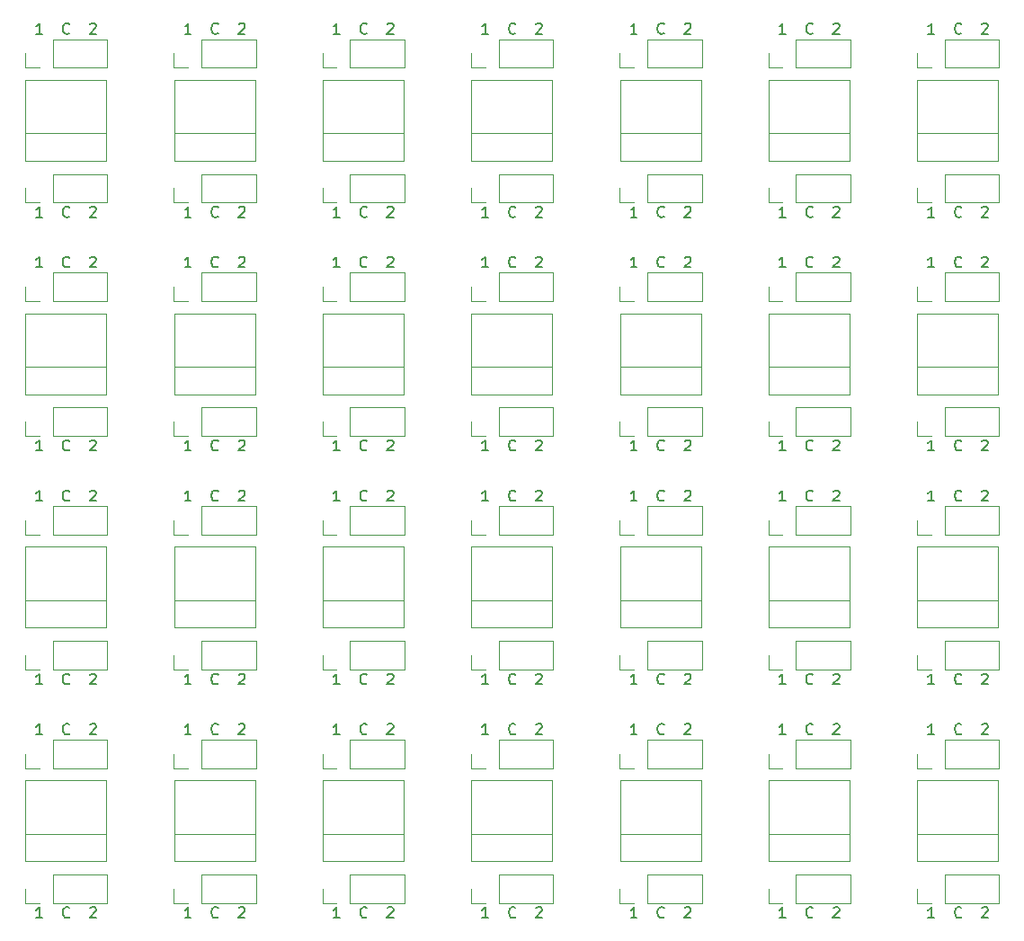
<source format=gbr>
%TF.GenerationSoftware,KiCad,Pcbnew,(6.0.0-0)*%
%TF.CreationDate,2022-11-23T09:42:26-05:00*%
%TF.ProjectId,Breakout_DPDT,42726561-6b6f-4757-945f-445044542e6b,rev?*%
%TF.SameCoordinates,Original*%
%TF.FileFunction,Legend,Top*%
%TF.FilePolarity,Positive*%
%FSLAX46Y46*%
G04 Gerber Fmt 4.6, Leading zero omitted, Abs format (unit mm)*
G04 Created by KiCad (PCBNEW (6.0.0-0)) date 2022-11-23 09:42:26*
%MOMM*%
%LPD*%
G01*
G04 APERTURE LIST*
%ADD10C,0.150000*%
%ADD11C,0.120000*%
G04 APERTURE END LIST*
D10*
X81745714Y-128166380D02*
X81174285Y-128166380D01*
X81460000Y-128166380D02*
X81460000Y-127166380D01*
X81364761Y-127309238D01*
X81269523Y-127404476D01*
X81174285Y-127452095D01*
X137745714Y-44894380D02*
X137174285Y-44894380D01*
X137460000Y-44894380D02*
X137460000Y-43894380D01*
X137364761Y-44037238D01*
X137269523Y-44132476D01*
X137174285Y-44180095D01*
X137745714Y-88894380D02*
X137174285Y-88894380D01*
X137460000Y-88894380D02*
X137460000Y-87894380D01*
X137364761Y-88037238D01*
X137269523Y-88132476D01*
X137174285Y-88180095D01*
X140309523Y-88799142D02*
X140261904Y-88846761D01*
X140119047Y-88894380D01*
X140023809Y-88894380D01*
X139880952Y-88846761D01*
X139785714Y-88751523D01*
X139738095Y-88656285D01*
X139690476Y-88465809D01*
X139690476Y-88322952D01*
X139738095Y-88132476D01*
X139785714Y-88037238D01*
X139880952Y-87942000D01*
X140023809Y-87894380D01*
X140119047Y-87894380D01*
X140261904Y-87942000D01*
X140309523Y-87989619D01*
X100254285Y-109989619D02*
X100301904Y-109942000D01*
X100397142Y-109894380D01*
X100635238Y-109894380D01*
X100730476Y-109942000D01*
X100778095Y-109989619D01*
X100825714Y-110084857D01*
X100825714Y-110180095D01*
X100778095Y-110322952D01*
X100206666Y-110894380D01*
X100825714Y-110894380D01*
X112309523Y-62071142D02*
X112261904Y-62118761D01*
X112119047Y-62166380D01*
X112023809Y-62166380D01*
X111880952Y-62118761D01*
X111785714Y-62023523D01*
X111738095Y-61928285D01*
X111690476Y-61737809D01*
X111690476Y-61594952D01*
X111738095Y-61404476D01*
X111785714Y-61309238D01*
X111880952Y-61214000D01*
X112023809Y-61166380D01*
X112119047Y-61166380D01*
X112261904Y-61214000D01*
X112309523Y-61261619D01*
X70309523Y-110799142D02*
X70261904Y-110846761D01*
X70119047Y-110894380D01*
X70023809Y-110894380D01*
X69880952Y-110846761D01*
X69785714Y-110751523D01*
X69738095Y-110656285D01*
X69690476Y-110465809D01*
X69690476Y-110322952D01*
X69738095Y-110132476D01*
X69785714Y-110037238D01*
X69880952Y-109942000D01*
X70023809Y-109894380D01*
X70119047Y-109894380D01*
X70261904Y-109942000D01*
X70309523Y-109989619D01*
X81745714Y-62166380D02*
X81174285Y-62166380D01*
X81460000Y-62166380D02*
X81460000Y-61166380D01*
X81364761Y-61309238D01*
X81269523Y-61404476D01*
X81174285Y-61452095D01*
X112309523Y-110799142D02*
X112261904Y-110846761D01*
X112119047Y-110894380D01*
X112023809Y-110894380D01*
X111880952Y-110846761D01*
X111785714Y-110751523D01*
X111738095Y-110656285D01*
X111690476Y-110465809D01*
X111690476Y-110322952D01*
X111738095Y-110132476D01*
X111785714Y-110037238D01*
X111880952Y-109942000D01*
X112023809Y-109894380D01*
X112119047Y-109894380D01*
X112261904Y-109942000D01*
X112309523Y-109989619D01*
X140309523Y-84071142D02*
X140261904Y-84118761D01*
X140119047Y-84166380D01*
X140023809Y-84166380D01*
X139880952Y-84118761D01*
X139785714Y-84023523D01*
X139738095Y-83928285D01*
X139690476Y-83737809D01*
X139690476Y-83594952D01*
X139738095Y-83404476D01*
X139785714Y-83309238D01*
X139880952Y-83214000D01*
X140023809Y-83166380D01*
X140119047Y-83166380D01*
X140261904Y-83214000D01*
X140309523Y-83261619D01*
X67745714Y-106166380D02*
X67174285Y-106166380D01*
X67460000Y-106166380D02*
X67460000Y-105166380D01*
X67364761Y-105309238D01*
X67269523Y-105404476D01*
X67174285Y-105452095D01*
X156254285Y-65989619D02*
X156301904Y-65942000D01*
X156397142Y-65894380D01*
X156635238Y-65894380D01*
X156730476Y-65942000D01*
X156778095Y-65989619D01*
X156825714Y-66084857D01*
X156825714Y-66180095D01*
X156778095Y-66322952D01*
X156206666Y-66894380D01*
X156825714Y-66894380D01*
X151745714Y-106166380D02*
X151174285Y-106166380D01*
X151460000Y-106166380D02*
X151460000Y-105166380D01*
X151364761Y-105309238D01*
X151269523Y-105404476D01*
X151174285Y-105452095D01*
X126309523Y-106071142D02*
X126261904Y-106118761D01*
X126119047Y-106166380D01*
X126023809Y-106166380D01*
X125880952Y-106118761D01*
X125785714Y-106023523D01*
X125738095Y-105928285D01*
X125690476Y-105737809D01*
X125690476Y-105594952D01*
X125738095Y-105404476D01*
X125785714Y-105309238D01*
X125880952Y-105214000D01*
X126023809Y-105166380D01*
X126119047Y-105166380D01*
X126261904Y-105214000D01*
X126309523Y-105261619D01*
X72254285Y-65989619D02*
X72301904Y-65942000D01*
X72397142Y-65894380D01*
X72635238Y-65894380D01*
X72730476Y-65942000D01*
X72778095Y-65989619D01*
X72825714Y-66084857D01*
X72825714Y-66180095D01*
X72778095Y-66322952D01*
X72206666Y-66894380D01*
X72825714Y-66894380D01*
X114254285Y-61261619D02*
X114301904Y-61214000D01*
X114397142Y-61166380D01*
X114635238Y-61166380D01*
X114730476Y-61214000D01*
X114778095Y-61261619D01*
X114825714Y-61356857D01*
X114825714Y-61452095D01*
X114778095Y-61594952D01*
X114206666Y-62166380D01*
X114825714Y-62166380D01*
X72254285Y-43989619D02*
X72301904Y-43942000D01*
X72397142Y-43894380D01*
X72635238Y-43894380D01*
X72730476Y-43942000D01*
X72778095Y-43989619D01*
X72825714Y-44084857D01*
X72825714Y-44180095D01*
X72778095Y-44322952D01*
X72206666Y-44894380D01*
X72825714Y-44894380D01*
X126309523Y-62071142D02*
X126261904Y-62118761D01*
X126119047Y-62166380D01*
X126023809Y-62166380D01*
X125880952Y-62118761D01*
X125785714Y-62023523D01*
X125738095Y-61928285D01*
X125690476Y-61737809D01*
X125690476Y-61594952D01*
X125738095Y-61404476D01*
X125785714Y-61309238D01*
X125880952Y-61214000D01*
X126023809Y-61166380D01*
X126119047Y-61166380D01*
X126261904Y-61214000D01*
X126309523Y-61261619D01*
X67745714Y-88894380D02*
X67174285Y-88894380D01*
X67460000Y-88894380D02*
X67460000Y-87894380D01*
X67364761Y-88037238D01*
X67269523Y-88132476D01*
X67174285Y-88180095D01*
X123745714Y-62166380D02*
X123174285Y-62166380D01*
X123460000Y-62166380D02*
X123460000Y-61166380D01*
X123364761Y-61309238D01*
X123269523Y-61404476D01*
X123174285Y-61452095D01*
X81745714Y-66894380D02*
X81174285Y-66894380D01*
X81460000Y-66894380D02*
X81460000Y-65894380D01*
X81364761Y-66037238D01*
X81269523Y-66132476D01*
X81174285Y-66180095D01*
X84309523Y-110799142D02*
X84261904Y-110846761D01*
X84119047Y-110894380D01*
X84023809Y-110894380D01*
X83880952Y-110846761D01*
X83785714Y-110751523D01*
X83738095Y-110656285D01*
X83690476Y-110465809D01*
X83690476Y-110322952D01*
X83738095Y-110132476D01*
X83785714Y-110037238D01*
X83880952Y-109942000D01*
X84023809Y-109894380D01*
X84119047Y-109894380D01*
X84261904Y-109942000D01*
X84309523Y-109989619D01*
X126309523Y-66799142D02*
X126261904Y-66846761D01*
X126119047Y-66894380D01*
X126023809Y-66894380D01*
X125880952Y-66846761D01*
X125785714Y-66751523D01*
X125738095Y-66656285D01*
X125690476Y-66465809D01*
X125690476Y-66322952D01*
X125738095Y-66132476D01*
X125785714Y-66037238D01*
X125880952Y-65942000D01*
X126023809Y-65894380D01*
X126119047Y-65894380D01*
X126261904Y-65942000D01*
X126309523Y-65989619D01*
X151745714Y-62166380D02*
X151174285Y-62166380D01*
X151460000Y-62166380D02*
X151460000Y-61166380D01*
X151364761Y-61309238D01*
X151269523Y-61404476D01*
X151174285Y-61452095D01*
X156254285Y-87989619D02*
X156301904Y-87942000D01*
X156397142Y-87894380D01*
X156635238Y-87894380D01*
X156730476Y-87942000D01*
X156778095Y-87989619D01*
X156825714Y-88084857D01*
X156825714Y-88180095D01*
X156778095Y-88322952D01*
X156206666Y-88894380D01*
X156825714Y-88894380D01*
X114254285Y-83261619D02*
X114301904Y-83214000D01*
X114397142Y-83166380D01*
X114635238Y-83166380D01*
X114730476Y-83214000D01*
X114778095Y-83261619D01*
X114825714Y-83356857D01*
X114825714Y-83452095D01*
X114778095Y-83594952D01*
X114206666Y-84166380D01*
X114825714Y-84166380D01*
X128254285Y-43989619D02*
X128301904Y-43942000D01*
X128397142Y-43894380D01*
X128635238Y-43894380D01*
X128730476Y-43942000D01*
X128778095Y-43989619D01*
X128825714Y-44084857D01*
X128825714Y-44180095D01*
X128778095Y-44322952D01*
X128206666Y-44894380D01*
X128825714Y-44894380D01*
X151745714Y-88894380D02*
X151174285Y-88894380D01*
X151460000Y-88894380D02*
X151460000Y-87894380D01*
X151364761Y-88037238D01*
X151269523Y-88132476D01*
X151174285Y-88180095D01*
X81745714Y-84166380D02*
X81174285Y-84166380D01*
X81460000Y-84166380D02*
X81460000Y-83166380D01*
X81364761Y-83309238D01*
X81269523Y-83404476D01*
X81174285Y-83452095D01*
X72254285Y-109989619D02*
X72301904Y-109942000D01*
X72397142Y-109894380D01*
X72635238Y-109894380D01*
X72730476Y-109942000D01*
X72778095Y-109989619D01*
X72825714Y-110084857D01*
X72825714Y-110180095D01*
X72778095Y-110322952D01*
X72206666Y-110894380D01*
X72825714Y-110894380D01*
X95745714Y-44894380D02*
X95174285Y-44894380D01*
X95460000Y-44894380D02*
X95460000Y-43894380D01*
X95364761Y-44037238D01*
X95269523Y-44132476D01*
X95174285Y-44180095D01*
X123745714Y-84166380D02*
X123174285Y-84166380D01*
X123460000Y-84166380D02*
X123460000Y-83166380D01*
X123364761Y-83309238D01*
X123269523Y-83404476D01*
X123174285Y-83452095D01*
X86254285Y-61261619D02*
X86301904Y-61214000D01*
X86397142Y-61166380D01*
X86635238Y-61166380D01*
X86730476Y-61214000D01*
X86778095Y-61261619D01*
X86825714Y-61356857D01*
X86825714Y-61452095D01*
X86778095Y-61594952D01*
X86206666Y-62166380D01*
X86825714Y-62166380D01*
X128254285Y-109989619D02*
X128301904Y-109942000D01*
X128397142Y-109894380D01*
X128635238Y-109894380D01*
X128730476Y-109942000D01*
X128778095Y-109989619D01*
X128825714Y-110084857D01*
X128825714Y-110180095D01*
X128778095Y-110322952D01*
X128206666Y-110894380D01*
X128825714Y-110894380D01*
X81745714Y-106166380D02*
X81174285Y-106166380D01*
X81460000Y-106166380D02*
X81460000Y-105166380D01*
X81364761Y-105309238D01*
X81269523Y-105404476D01*
X81174285Y-105452095D01*
X140309523Y-66799142D02*
X140261904Y-66846761D01*
X140119047Y-66894380D01*
X140023809Y-66894380D01*
X139880952Y-66846761D01*
X139785714Y-66751523D01*
X139738095Y-66656285D01*
X139690476Y-66465809D01*
X139690476Y-66322952D01*
X139738095Y-66132476D01*
X139785714Y-66037238D01*
X139880952Y-65942000D01*
X140023809Y-65894380D01*
X140119047Y-65894380D01*
X140261904Y-65942000D01*
X140309523Y-65989619D01*
X123745714Y-44894380D02*
X123174285Y-44894380D01*
X123460000Y-44894380D02*
X123460000Y-43894380D01*
X123364761Y-44037238D01*
X123269523Y-44132476D01*
X123174285Y-44180095D01*
X154309523Y-44799142D02*
X154261904Y-44846761D01*
X154119047Y-44894380D01*
X154023809Y-44894380D01*
X153880952Y-44846761D01*
X153785714Y-44751523D01*
X153738095Y-44656285D01*
X153690476Y-44465809D01*
X153690476Y-44322952D01*
X153738095Y-44132476D01*
X153785714Y-44037238D01*
X153880952Y-43942000D01*
X154023809Y-43894380D01*
X154119047Y-43894380D01*
X154261904Y-43942000D01*
X154309523Y-43989619D01*
X112309523Y-106071142D02*
X112261904Y-106118761D01*
X112119047Y-106166380D01*
X112023809Y-106166380D01*
X111880952Y-106118761D01*
X111785714Y-106023523D01*
X111738095Y-105928285D01*
X111690476Y-105737809D01*
X111690476Y-105594952D01*
X111738095Y-105404476D01*
X111785714Y-105309238D01*
X111880952Y-105214000D01*
X112023809Y-105166380D01*
X112119047Y-105166380D01*
X112261904Y-105214000D01*
X112309523Y-105261619D01*
X140309523Y-128071142D02*
X140261904Y-128118761D01*
X140119047Y-128166380D01*
X140023809Y-128166380D01*
X139880952Y-128118761D01*
X139785714Y-128023523D01*
X139738095Y-127928285D01*
X139690476Y-127737809D01*
X139690476Y-127594952D01*
X139738095Y-127404476D01*
X139785714Y-127309238D01*
X139880952Y-127214000D01*
X140023809Y-127166380D01*
X140119047Y-127166380D01*
X140261904Y-127214000D01*
X140309523Y-127261619D01*
X114254285Y-127261619D02*
X114301904Y-127214000D01*
X114397142Y-127166380D01*
X114635238Y-127166380D01*
X114730476Y-127214000D01*
X114778095Y-127261619D01*
X114825714Y-127356857D01*
X114825714Y-127452095D01*
X114778095Y-127594952D01*
X114206666Y-128166380D01*
X114825714Y-128166380D01*
X84309523Y-128071142D02*
X84261904Y-128118761D01*
X84119047Y-128166380D01*
X84023809Y-128166380D01*
X83880952Y-128118761D01*
X83785714Y-128023523D01*
X83738095Y-127928285D01*
X83690476Y-127737809D01*
X83690476Y-127594952D01*
X83738095Y-127404476D01*
X83785714Y-127309238D01*
X83880952Y-127214000D01*
X84023809Y-127166380D01*
X84119047Y-127166380D01*
X84261904Y-127214000D01*
X84309523Y-127261619D01*
X86254285Y-87989619D02*
X86301904Y-87942000D01*
X86397142Y-87894380D01*
X86635238Y-87894380D01*
X86730476Y-87942000D01*
X86778095Y-87989619D01*
X86825714Y-88084857D01*
X86825714Y-88180095D01*
X86778095Y-88322952D01*
X86206666Y-88894380D01*
X86825714Y-88894380D01*
X109745714Y-106166380D02*
X109174285Y-106166380D01*
X109460000Y-106166380D02*
X109460000Y-105166380D01*
X109364761Y-105309238D01*
X109269523Y-105404476D01*
X109174285Y-105452095D01*
X86254285Y-65989619D02*
X86301904Y-65942000D01*
X86397142Y-65894380D01*
X86635238Y-65894380D01*
X86730476Y-65942000D01*
X86778095Y-65989619D01*
X86825714Y-66084857D01*
X86825714Y-66180095D01*
X86778095Y-66322952D01*
X86206666Y-66894380D01*
X86825714Y-66894380D01*
X81745714Y-88894380D02*
X81174285Y-88894380D01*
X81460000Y-88894380D02*
X81460000Y-87894380D01*
X81364761Y-88037238D01*
X81269523Y-88132476D01*
X81174285Y-88180095D01*
X137745714Y-66894380D02*
X137174285Y-66894380D01*
X137460000Y-66894380D02*
X137460000Y-65894380D01*
X137364761Y-66037238D01*
X137269523Y-66132476D01*
X137174285Y-66180095D01*
X112309523Y-66799142D02*
X112261904Y-66846761D01*
X112119047Y-66894380D01*
X112023809Y-66894380D01*
X111880952Y-66846761D01*
X111785714Y-66751523D01*
X111738095Y-66656285D01*
X111690476Y-66465809D01*
X111690476Y-66322952D01*
X111738095Y-66132476D01*
X111785714Y-66037238D01*
X111880952Y-65942000D01*
X112023809Y-65894380D01*
X112119047Y-65894380D01*
X112261904Y-65942000D01*
X112309523Y-65989619D01*
X109745714Y-128166380D02*
X109174285Y-128166380D01*
X109460000Y-128166380D02*
X109460000Y-127166380D01*
X109364761Y-127309238D01*
X109269523Y-127404476D01*
X109174285Y-127452095D01*
X126309523Y-110799142D02*
X126261904Y-110846761D01*
X126119047Y-110894380D01*
X126023809Y-110894380D01*
X125880952Y-110846761D01*
X125785714Y-110751523D01*
X125738095Y-110656285D01*
X125690476Y-110465809D01*
X125690476Y-110322952D01*
X125738095Y-110132476D01*
X125785714Y-110037238D01*
X125880952Y-109942000D01*
X126023809Y-109894380D01*
X126119047Y-109894380D01*
X126261904Y-109942000D01*
X126309523Y-109989619D01*
X67745714Y-62166380D02*
X67174285Y-62166380D01*
X67460000Y-62166380D02*
X67460000Y-61166380D01*
X67364761Y-61309238D01*
X67269523Y-61404476D01*
X67174285Y-61452095D01*
X123745714Y-88894380D02*
X123174285Y-88894380D01*
X123460000Y-88894380D02*
X123460000Y-87894380D01*
X123364761Y-88037238D01*
X123269523Y-88132476D01*
X123174285Y-88180095D01*
X95745714Y-88894380D02*
X95174285Y-88894380D01*
X95460000Y-88894380D02*
X95460000Y-87894380D01*
X95364761Y-88037238D01*
X95269523Y-88132476D01*
X95174285Y-88180095D01*
X100254285Y-105261619D02*
X100301904Y-105214000D01*
X100397142Y-105166380D01*
X100635238Y-105166380D01*
X100730476Y-105214000D01*
X100778095Y-105261619D01*
X100825714Y-105356857D01*
X100825714Y-105452095D01*
X100778095Y-105594952D01*
X100206666Y-106166380D01*
X100825714Y-106166380D01*
X123745714Y-110894380D02*
X123174285Y-110894380D01*
X123460000Y-110894380D02*
X123460000Y-109894380D01*
X123364761Y-110037238D01*
X123269523Y-110132476D01*
X123174285Y-110180095D01*
X95745714Y-110894380D02*
X95174285Y-110894380D01*
X95460000Y-110894380D02*
X95460000Y-109894380D01*
X95364761Y-110037238D01*
X95269523Y-110132476D01*
X95174285Y-110180095D01*
X156254285Y-127261619D02*
X156301904Y-127214000D01*
X156397142Y-127166380D01*
X156635238Y-127166380D01*
X156730476Y-127214000D01*
X156778095Y-127261619D01*
X156825714Y-127356857D01*
X156825714Y-127452095D01*
X156778095Y-127594952D01*
X156206666Y-128166380D01*
X156825714Y-128166380D01*
X70309523Y-66799142D02*
X70261904Y-66846761D01*
X70119047Y-66894380D01*
X70023809Y-66894380D01*
X69880952Y-66846761D01*
X69785714Y-66751523D01*
X69738095Y-66656285D01*
X69690476Y-66465809D01*
X69690476Y-66322952D01*
X69738095Y-66132476D01*
X69785714Y-66037238D01*
X69880952Y-65942000D01*
X70023809Y-65894380D01*
X70119047Y-65894380D01*
X70261904Y-65942000D01*
X70309523Y-65989619D01*
X95745714Y-106166380D02*
X95174285Y-106166380D01*
X95460000Y-106166380D02*
X95460000Y-105166380D01*
X95364761Y-105309238D01*
X95269523Y-105404476D01*
X95174285Y-105452095D01*
X151745714Y-84166380D02*
X151174285Y-84166380D01*
X151460000Y-84166380D02*
X151460000Y-83166380D01*
X151364761Y-83309238D01*
X151269523Y-83404476D01*
X151174285Y-83452095D01*
X70309523Y-84071142D02*
X70261904Y-84118761D01*
X70119047Y-84166380D01*
X70023809Y-84166380D01*
X69880952Y-84118761D01*
X69785714Y-84023523D01*
X69738095Y-83928285D01*
X69690476Y-83737809D01*
X69690476Y-83594952D01*
X69738095Y-83404476D01*
X69785714Y-83309238D01*
X69880952Y-83214000D01*
X70023809Y-83166380D01*
X70119047Y-83166380D01*
X70261904Y-83214000D01*
X70309523Y-83261619D01*
X154309523Y-106071142D02*
X154261904Y-106118761D01*
X154119047Y-106166380D01*
X154023809Y-106166380D01*
X153880952Y-106118761D01*
X153785714Y-106023523D01*
X153738095Y-105928285D01*
X153690476Y-105737809D01*
X153690476Y-105594952D01*
X153738095Y-105404476D01*
X153785714Y-105309238D01*
X153880952Y-105214000D01*
X154023809Y-105166380D01*
X154119047Y-105166380D01*
X154261904Y-105214000D01*
X154309523Y-105261619D01*
X128254285Y-87989619D02*
X128301904Y-87942000D01*
X128397142Y-87894380D01*
X128635238Y-87894380D01*
X128730476Y-87942000D01*
X128778095Y-87989619D01*
X128825714Y-88084857D01*
X128825714Y-88180095D01*
X128778095Y-88322952D01*
X128206666Y-88894380D01*
X128825714Y-88894380D01*
X128254285Y-127261619D02*
X128301904Y-127214000D01*
X128397142Y-127166380D01*
X128635238Y-127166380D01*
X128730476Y-127214000D01*
X128778095Y-127261619D01*
X128825714Y-127356857D01*
X128825714Y-127452095D01*
X128778095Y-127594952D01*
X128206666Y-128166380D01*
X128825714Y-128166380D01*
X98309523Y-66799142D02*
X98261904Y-66846761D01*
X98119047Y-66894380D01*
X98023809Y-66894380D01*
X97880952Y-66846761D01*
X97785714Y-66751523D01*
X97738095Y-66656285D01*
X97690476Y-66465809D01*
X97690476Y-66322952D01*
X97738095Y-66132476D01*
X97785714Y-66037238D01*
X97880952Y-65942000D01*
X98023809Y-65894380D01*
X98119047Y-65894380D01*
X98261904Y-65942000D01*
X98309523Y-65989619D01*
X123745714Y-66894380D02*
X123174285Y-66894380D01*
X123460000Y-66894380D02*
X123460000Y-65894380D01*
X123364761Y-66037238D01*
X123269523Y-66132476D01*
X123174285Y-66180095D01*
X98309523Y-84071142D02*
X98261904Y-84118761D01*
X98119047Y-84166380D01*
X98023809Y-84166380D01*
X97880952Y-84118761D01*
X97785714Y-84023523D01*
X97738095Y-83928285D01*
X97690476Y-83737809D01*
X97690476Y-83594952D01*
X97738095Y-83404476D01*
X97785714Y-83309238D01*
X97880952Y-83214000D01*
X98023809Y-83166380D01*
X98119047Y-83166380D01*
X98261904Y-83214000D01*
X98309523Y-83261619D01*
X151745714Y-110894380D02*
X151174285Y-110894380D01*
X151460000Y-110894380D02*
X151460000Y-109894380D01*
X151364761Y-110037238D01*
X151269523Y-110132476D01*
X151174285Y-110180095D01*
X81745714Y-110894380D02*
X81174285Y-110894380D01*
X81460000Y-110894380D02*
X81460000Y-109894380D01*
X81364761Y-110037238D01*
X81269523Y-110132476D01*
X81174285Y-110180095D01*
X72254285Y-87989619D02*
X72301904Y-87942000D01*
X72397142Y-87894380D01*
X72635238Y-87894380D01*
X72730476Y-87942000D01*
X72778095Y-87989619D01*
X72825714Y-88084857D01*
X72825714Y-88180095D01*
X72778095Y-88322952D01*
X72206666Y-88894380D01*
X72825714Y-88894380D01*
X72254285Y-61261619D02*
X72301904Y-61214000D01*
X72397142Y-61166380D01*
X72635238Y-61166380D01*
X72730476Y-61214000D01*
X72778095Y-61261619D01*
X72825714Y-61356857D01*
X72825714Y-61452095D01*
X72778095Y-61594952D01*
X72206666Y-62166380D01*
X72825714Y-62166380D01*
X86254285Y-127261619D02*
X86301904Y-127214000D01*
X86397142Y-127166380D01*
X86635238Y-127166380D01*
X86730476Y-127214000D01*
X86778095Y-127261619D01*
X86825714Y-127356857D01*
X86825714Y-127452095D01*
X86778095Y-127594952D01*
X86206666Y-128166380D01*
X86825714Y-128166380D01*
X126309523Y-84071142D02*
X126261904Y-84118761D01*
X126119047Y-84166380D01*
X126023809Y-84166380D01*
X125880952Y-84118761D01*
X125785714Y-84023523D01*
X125738095Y-83928285D01*
X125690476Y-83737809D01*
X125690476Y-83594952D01*
X125738095Y-83404476D01*
X125785714Y-83309238D01*
X125880952Y-83214000D01*
X126023809Y-83166380D01*
X126119047Y-83166380D01*
X126261904Y-83214000D01*
X126309523Y-83261619D01*
X86254285Y-105261619D02*
X86301904Y-105214000D01*
X86397142Y-105166380D01*
X86635238Y-105166380D01*
X86730476Y-105214000D01*
X86778095Y-105261619D01*
X86825714Y-105356857D01*
X86825714Y-105452095D01*
X86778095Y-105594952D01*
X86206666Y-106166380D01*
X86825714Y-106166380D01*
X151745714Y-44894380D02*
X151174285Y-44894380D01*
X151460000Y-44894380D02*
X151460000Y-43894380D01*
X151364761Y-44037238D01*
X151269523Y-44132476D01*
X151174285Y-44180095D01*
X156254285Y-83261619D02*
X156301904Y-83214000D01*
X156397142Y-83166380D01*
X156635238Y-83166380D01*
X156730476Y-83214000D01*
X156778095Y-83261619D01*
X156825714Y-83356857D01*
X156825714Y-83452095D01*
X156778095Y-83594952D01*
X156206666Y-84166380D01*
X156825714Y-84166380D01*
X156254285Y-109989619D02*
X156301904Y-109942000D01*
X156397142Y-109894380D01*
X156635238Y-109894380D01*
X156730476Y-109942000D01*
X156778095Y-109989619D01*
X156825714Y-110084857D01*
X156825714Y-110180095D01*
X156778095Y-110322952D01*
X156206666Y-110894380D01*
X156825714Y-110894380D01*
X156254285Y-43989619D02*
X156301904Y-43942000D01*
X156397142Y-43894380D01*
X156635238Y-43894380D01*
X156730476Y-43942000D01*
X156778095Y-43989619D01*
X156825714Y-44084857D01*
X156825714Y-44180095D01*
X156778095Y-44322952D01*
X156206666Y-44894380D01*
X156825714Y-44894380D01*
X100254285Y-127261619D02*
X100301904Y-127214000D01*
X100397142Y-127166380D01*
X100635238Y-127166380D01*
X100730476Y-127214000D01*
X100778095Y-127261619D01*
X100825714Y-127356857D01*
X100825714Y-127452095D01*
X100778095Y-127594952D01*
X100206666Y-128166380D01*
X100825714Y-128166380D01*
X98309523Y-62071142D02*
X98261904Y-62118761D01*
X98119047Y-62166380D01*
X98023809Y-62166380D01*
X97880952Y-62118761D01*
X97785714Y-62023523D01*
X97738095Y-61928285D01*
X97690476Y-61737809D01*
X97690476Y-61594952D01*
X97738095Y-61404476D01*
X97785714Y-61309238D01*
X97880952Y-61214000D01*
X98023809Y-61166380D01*
X98119047Y-61166380D01*
X98261904Y-61214000D01*
X98309523Y-61261619D01*
X154309523Y-128071142D02*
X154261904Y-128118761D01*
X154119047Y-128166380D01*
X154023809Y-128166380D01*
X153880952Y-128118761D01*
X153785714Y-128023523D01*
X153738095Y-127928285D01*
X153690476Y-127737809D01*
X153690476Y-127594952D01*
X153738095Y-127404476D01*
X153785714Y-127309238D01*
X153880952Y-127214000D01*
X154023809Y-127166380D01*
X154119047Y-127166380D01*
X154261904Y-127214000D01*
X154309523Y-127261619D01*
X142254285Y-65989619D02*
X142301904Y-65942000D01*
X142397142Y-65894380D01*
X142635238Y-65894380D01*
X142730476Y-65942000D01*
X142778095Y-65989619D01*
X142825714Y-66084857D01*
X142825714Y-66180095D01*
X142778095Y-66322952D01*
X142206666Y-66894380D01*
X142825714Y-66894380D01*
X142254285Y-43989619D02*
X142301904Y-43942000D01*
X142397142Y-43894380D01*
X142635238Y-43894380D01*
X142730476Y-43942000D01*
X142778095Y-43989619D01*
X142825714Y-44084857D01*
X142825714Y-44180095D01*
X142778095Y-44322952D01*
X142206666Y-44894380D01*
X142825714Y-44894380D01*
X137745714Y-84166380D02*
X137174285Y-84166380D01*
X137460000Y-84166380D02*
X137460000Y-83166380D01*
X137364761Y-83309238D01*
X137269523Y-83404476D01*
X137174285Y-83452095D01*
X100254285Y-83261619D02*
X100301904Y-83214000D01*
X100397142Y-83166380D01*
X100635238Y-83166380D01*
X100730476Y-83214000D01*
X100778095Y-83261619D01*
X100825714Y-83356857D01*
X100825714Y-83452095D01*
X100778095Y-83594952D01*
X100206666Y-84166380D01*
X100825714Y-84166380D01*
X98309523Y-88799142D02*
X98261904Y-88846761D01*
X98119047Y-88894380D01*
X98023809Y-88894380D01*
X97880952Y-88846761D01*
X97785714Y-88751523D01*
X97738095Y-88656285D01*
X97690476Y-88465809D01*
X97690476Y-88322952D01*
X97738095Y-88132476D01*
X97785714Y-88037238D01*
X97880952Y-87942000D01*
X98023809Y-87894380D01*
X98119047Y-87894380D01*
X98261904Y-87942000D01*
X98309523Y-87989619D01*
X86254285Y-109989619D02*
X86301904Y-109942000D01*
X86397142Y-109894380D01*
X86635238Y-109894380D01*
X86730476Y-109942000D01*
X86778095Y-109989619D01*
X86825714Y-110084857D01*
X86825714Y-110180095D01*
X86778095Y-110322952D01*
X86206666Y-110894380D01*
X86825714Y-110894380D01*
X156254285Y-61261619D02*
X156301904Y-61214000D01*
X156397142Y-61166380D01*
X156635238Y-61166380D01*
X156730476Y-61214000D01*
X156778095Y-61261619D01*
X156825714Y-61356857D01*
X156825714Y-61452095D01*
X156778095Y-61594952D01*
X156206666Y-62166380D01*
X156825714Y-62166380D01*
X154309523Y-62071142D02*
X154261904Y-62118761D01*
X154119047Y-62166380D01*
X154023809Y-62166380D01*
X153880952Y-62118761D01*
X153785714Y-62023523D01*
X153738095Y-61928285D01*
X153690476Y-61737809D01*
X153690476Y-61594952D01*
X153738095Y-61404476D01*
X153785714Y-61309238D01*
X153880952Y-61214000D01*
X154023809Y-61166380D01*
X154119047Y-61166380D01*
X154261904Y-61214000D01*
X154309523Y-61261619D01*
X72254285Y-105261619D02*
X72301904Y-105214000D01*
X72397142Y-105166380D01*
X72635238Y-105166380D01*
X72730476Y-105214000D01*
X72778095Y-105261619D01*
X72825714Y-105356857D01*
X72825714Y-105452095D01*
X72778095Y-105594952D01*
X72206666Y-106166380D01*
X72825714Y-106166380D01*
X98309523Y-106071142D02*
X98261904Y-106118761D01*
X98119047Y-106166380D01*
X98023809Y-106166380D01*
X97880952Y-106118761D01*
X97785714Y-106023523D01*
X97738095Y-105928285D01*
X97690476Y-105737809D01*
X97690476Y-105594952D01*
X97738095Y-105404476D01*
X97785714Y-105309238D01*
X97880952Y-105214000D01*
X98023809Y-105166380D01*
X98119047Y-105166380D01*
X98261904Y-105214000D01*
X98309523Y-105261619D01*
X109745714Y-66894380D02*
X109174285Y-66894380D01*
X109460000Y-66894380D02*
X109460000Y-65894380D01*
X109364761Y-66037238D01*
X109269523Y-66132476D01*
X109174285Y-66180095D01*
X151745714Y-128166380D02*
X151174285Y-128166380D01*
X151460000Y-128166380D02*
X151460000Y-127166380D01*
X151364761Y-127309238D01*
X151269523Y-127404476D01*
X151174285Y-127452095D01*
X137745714Y-128166380D02*
X137174285Y-128166380D01*
X137460000Y-128166380D02*
X137460000Y-127166380D01*
X137364761Y-127309238D01*
X137269523Y-127404476D01*
X137174285Y-127452095D01*
X140309523Y-106071142D02*
X140261904Y-106118761D01*
X140119047Y-106166380D01*
X140023809Y-106166380D01*
X139880952Y-106118761D01*
X139785714Y-106023523D01*
X139738095Y-105928285D01*
X139690476Y-105737809D01*
X139690476Y-105594952D01*
X139738095Y-105404476D01*
X139785714Y-105309238D01*
X139880952Y-105214000D01*
X140023809Y-105166380D01*
X140119047Y-105166380D01*
X140261904Y-105214000D01*
X140309523Y-105261619D01*
X114254285Y-87989619D02*
X114301904Y-87942000D01*
X114397142Y-87894380D01*
X114635238Y-87894380D01*
X114730476Y-87942000D01*
X114778095Y-87989619D01*
X114825714Y-88084857D01*
X114825714Y-88180095D01*
X114778095Y-88322952D01*
X114206666Y-88894380D01*
X114825714Y-88894380D01*
X100254285Y-43989619D02*
X100301904Y-43942000D01*
X100397142Y-43894380D01*
X100635238Y-43894380D01*
X100730476Y-43942000D01*
X100778095Y-43989619D01*
X100825714Y-44084857D01*
X100825714Y-44180095D01*
X100778095Y-44322952D01*
X100206666Y-44894380D01*
X100825714Y-44894380D01*
X109745714Y-84166380D02*
X109174285Y-84166380D01*
X109460000Y-84166380D02*
X109460000Y-83166380D01*
X109364761Y-83309238D01*
X109269523Y-83404476D01*
X109174285Y-83452095D01*
X70309523Y-44799142D02*
X70261904Y-44846761D01*
X70119047Y-44894380D01*
X70023809Y-44894380D01*
X69880952Y-44846761D01*
X69785714Y-44751523D01*
X69738095Y-44656285D01*
X69690476Y-44465809D01*
X69690476Y-44322952D01*
X69738095Y-44132476D01*
X69785714Y-44037238D01*
X69880952Y-43942000D01*
X70023809Y-43894380D01*
X70119047Y-43894380D01*
X70261904Y-43942000D01*
X70309523Y-43989619D01*
X86254285Y-83261619D02*
X86301904Y-83214000D01*
X86397142Y-83166380D01*
X86635238Y-83166380D01*
X86730476Y-83214000D01*
X86778095Y-83261619D01*
X86825714Y-83356857D01*
X86825714Y-83452095D01*
X86778095Y-83594952D01*
X86206666Y-84166380D01*
X86825714Y-84166380D01*
X114254285Y-109989619D02*
X114301904Y-109942000D01*
X114397142Y-109894380D01*
X114635238Y-109894380D01*
X114730476Y-109942000D01*
X114778095Y-109989619D01*
X114825714Y-110084857D01*
X114825714Y-110180095D01*
X114778095Y-110322952D01*
X114206666Y-110894380D01*
X114825714Y-110894380D01*
X114254285Y-105261619D02*
X114301904Y-105214000D01*
X114397142Y-105166380D01*
X114635238Y-105166380D01*
X114730476Y-105214000D01*
X114778095Y-105261619D01*
X114825714Y-105356857D01*
X114825714Y-105452095D01*
X114778095Y-105594952D01*
X114206666Y-106166380D01*
X114825714Y-106166380D01*
X112309523Y-128071142D02*
X112261904Y-128118761D01*
X112119047Y-128166380D01*
X112023809Y-128166380D01*
X111880952Y-128118761D01*
X111785714Y-128023523D01*
X111738095Y-127928285D01*
X111690476Y-127737809D01*
X111690476Y-127594952D01*
X111738095Y-127404476D01*
X111785714Y-127309238D01*
X111880952Y-127214000D01*
X112023809Y-127166380D01*
X112119047Y-127166380D01*
X112261904Y-127214000D01*
X112309523Y-127261619D01*
X142254285Y-83261619D02*
X142301904Y-83214000D01*
X142397142Y-83166380D01*
X142635238Y-83166380D01*
X142730476Y-83214000D01*
X142778095Y-83261619D01*
X142825714Y-83356857D01*
X142825714Y-83452095D01*
X142778095Y-83594952D01*
X142206666Y-84166380D01*
X142825714Y-84166380D01*
X81745714Y-44894380D02*
X81174285Y-44894380D01*
X81460000Y-44894380D02*
X81460000Y-43894380D01*
X81364761Y-44037238D01*
X81269523Y-44132476D01*
X81174285Y-44180095D01*
X98309523Y-44799142D02*
X98261904Y-44846761D01*
X98119047Y-44894380D01*
X98023809Y-44894380D01*
X97880952Y-44846761D01*
X97785714Y-44751523D01*
X97738095Y-44656285D01*
X97690476Y-44465809D01*
X97690476Y-44322952D01*
X97738095Y-44132476D01*
X97785714Y-44037238D01*
X97880952Y-43942000D01*
X98023809Y-43894380D01*
X98119047Y-43894380D01*
X98261904Y-43942000D01*
X98309523Y-43989619D01*
X126309523Y-44799142D02*
X126261904Y-44846761D01*
X126119047Y-44894380D01*
X126023809Y-44894380D01*
X125880952Y-44846761D01*
X125785714Y-44751523D01*
X125738095Y-44656285D01*
X125690476Y-44465809D01*
X125690476Y-44322952D01*
X125738095Y-44132476D01*
X125785714Y-44037238D01*
X125880952Y-43942000D01*
X126023809Y-43894380D01*
X126119047Y-43894380D01*
X126261904Y-43942000D01*
X126309523Y-43989619D01*
X109745714Y-110894380D02*
X109174285Y-110894380D01*
X109460000Y-110894380D02*
X109460000Y-109894380D01*
X109364761Y-110037238D01*
X109269523Y-110132476D01*
X109174285Y-110180095D01*
X95745714Y-84166380D02*
X95174285Y-84166380D01*
X95460000Y-84166380D02*
X95460000Y-83166380D01*
X95364761Y-83309238D01*
X95269523Y-83404476D01*
X95174285Y-83452095D01*
X109745714Y-44894380D02*
X109174285Y-44894380D01*
X109460000Y-44894380D02*
X109460000Y-43894380D01*
X109364761Y-44037238D01*
X109269523Y-44132476D01*
X109174285Y-44180095D01*
X95745714Y-62166380D02*
X95174285Y-62166380D01*
X95460000Y-62166380D02*
X95460000Y-61166380D01*
X95364761Y-61309238D01*
X95269523Y-61404476D01*
X95174285Y-61452095D01*
X112309523Y-44799142D02*
X112261904Y-44846761D01*
X112119047Y-44894380D01*
X112023809Y-44894380D01*
X111880952Y-44846761D01*
X111785714Y-44751523D01*
X111738095Y-44656285D01*
X111690476Y-44465809D01*
X111690476Y-44322952D01*
X111738095Y-44132476D01*
X111785714Y-44037238D01*
X111880952Y-43942000D01*
X112023809Y-43894380D01*
X112119047Y-43894380D01*
X112261904Y-43942000D01*
X112309523Y-43989619D01*
X126309523Y-128071142D02*
X126261904Y-128118761D01*
X126119047Y-128166380D01*
X126023809Y-128166380D01*
X125880952Y-128118761D01*
X125785714Y-128023523D01*
X125738095Y-127928285D01*
X125690476Y-127737809D01*
X125690476Y-127594952D01*
X125738095Y-127404476D01*
X125785714Y-127309238D01*
X125880952Y-127214000D01*
X126023809Y-127166380D01*
X126119047Y-127166380D01*
X126261904Y-127214000D01*
X126309523Y-127261619D01*
X142254285Y-109989619D02*
X142301904Y-109942000D01*
X142397142Y-109894380D01*
X142635238Y-109894380D01*
X142730476Y-109942000D01*
X142778095Y-109989619D01*
X142825714Y-110084857D01*
X142825714Y-110180095D01*
X142778095Y-110322952D01*
X142206666Y-110894380D01*
X142825714Y-110894380D01*
X142254285Y-61261619D02*
X142301904Y-61214000D01*
X142397142Y-61166380D01*
X142635238Y-61166380D01*
X142730476Y-61214000D01*
X142778095Y-61261619D01*
X142825714Y-61356857D01*
X142825714Y-61452095D01*
X142778095Y-61594952D01*
X142206666Y-62166380D01*
X142825714Y-62166380D01*
X67745714Y-128166380D02*
X67174285Y-128166380D01*
X67460000Y-128166380D02*
X67460000Y-127166380D01*
X67364761Y-127309238D01*
X67269523Y-127404476D01*
X67174285Y-127452095D01*
X156254285Y-105261619D02*
X156301904Y-105214000D01*
X156397142Y-105166380D01*
X156635238Y-105166380D01*
X156730476Y-105214000D01*
X156778095Y-105261619D01*
X156825714Y-105356857D01*
X156825714Y-105452095D01*
X156778095Y-105594952D01*
X156206666Y-106166380D01*
X156825714Y-106166380D01*
X86254285Y-43989619D02*
X86301904Y-43942000D01*
X86397142Y-43894380D01*
X86635238Y-43894380D01*
X86730476Y-43942000D01*
X86778095Y-43989619D01*
X86825714Y-44084857D01*
X86825714Y-44180095D01*
X86778095Y-44322952D01*
X86206666Y-44894380D01*
X86825714Y-44894380D01*
X154309523Y-88799142D02*
X154261904Y-88846761D01*
X154119047Y-88894380D01*
X154023809Y-88894380D01*
X153880952Y-88846761D01*
X153785714Y-88751523D01*
X153738095Y-88656285D01*
X153690476Y-88465809D01*
X153690476Y-88322952D01*
X153738095Y-88132476D01*
X153785714Y-88037238D01*
X153880952Y-87942000D01*
X154023809Y-87894380D01*
X154119047Y-87894380D01*
X154261904Y-87942000D01*
X154309523Y-87989619D01*
X84309523Y-66799142D02*
X84261904Y-66846761D01*
X84119047Y-66894380D01*
X84023809Y-66894380D01*
X83880952Y-66846761D01*
X83785714Y-66751523D01*
X83738095Y-66656285D01*
X83690476Y-66465809D01*
X83690476Y-66322952D01*
X83738095Y-66132476D01*
X83785714Y-66037238D01*
X83880952Y-65942000D01*
X84023809Y-65894380D01*
X84119047Y-65894380D01*
X84261904Y-65942000D01*
X84309523Y-65989619D01*
X126309523Y-88799142D02*
X126261904Y-88846761D01*
X126119047Y-88894380D01*
X126023809Y-88894380D01*
X125880952Y-88846761D01*
X125785714Y-88751523D01*
X125738095Y-88656285D01*
X125690476Y-88465809D01*
X125690476Y-88322952D01*
X125738095Y-88132476D01*
X125785714Y-88037238D01*
X125880952Y-87942000D01*
X126023809Y-87894380D01*
X126119047Y-87894380D01*
X126261904Y-87942000D01*
X126309523Y-87989619D01*
X84309523Y-62071142D02*
X84261904Y-62118761D01*
X84119047Y-62166380D01*
X84023809Y-62166380D01*
X83880952Y-62118761D01*
X83785714Y-62023523D01*
X83738095Y-61928285D01*
X83690476Y-61737809D01*
X83690476Y-61594952D01*
X83738095Y-61404476D01*
X83785714Y-61309238D01*
X83880952Y-61214000D01*
X84023809Y-61166380D01*
X84119047Y-61166380D01*
X84261904Y-61214000D01*
X84309523Y-61261619D01*
X140309523Y-110799142D02*
X140261904Y-110846761D01*
X140119047Y-110894380D01*
X140023809Y-110894380D01*
X139880952Y-110846761D01*
X139785714Y-110751523D01*
X139738095Y-110656285D01*
X139690476Y-110465809D01*
X139690476Y-110322952D01*
X139738095Y-110132476D01*
X139785714Y-110037238D01*
X139880952Y-109942000D01*
X140023809Y-109894380D01*
X140119047Y-109894380D01*
X140261904Y-109942000D01*
X140309523Y-109989619D01*
X67745714Y-66894380D02*
X67174285Y-66894380D01*
X67460000Y-66894380D02*
X67460000Y-65894380D01*
X67364761Y-66037238D01*
X67269523Y-66132476D01*
X67174285Y-66180095D01*
X72254285Y-83261619D02*
X72301904Y-83214000D01*
X72397142Y-83166380D01*
X72635238Y-83166380D01*
X72730476Y-83214000D01*
X72778095Y-83261619D01*
X72825714Y-83356857D01*
X72825714Y-83452095D01*
X72778095Y-83594952D01*
X72206666Y-84166380D01*
X72825714Y-84166380D01*
X154309523Y-84071142D02*
X154261904Y-84118761D01*
X154119047Y-84166380D01*
X154023809Y-84166380D01*
X153880952Y-84118761D01*
X153785714Y-84023523D01*
X153738095Y-83928285D01*
X153690476Y-83737809D01*
X153690476Y-83594952D01*
X153738095Y-83404476D01*
X153785714Y-83309238D01*
X153880952Y-83214000D01*
X154023809Y-83166380D01*
X154119047Y-83166380D01*
X154261904Y-83214000D01*
X154309523Y-83261619D01*
X123745714Y-106166380D02*
X123174285Y-106166380D01*
X123460000Y-106166380D02*
X123460000Y-105166380D01*
X123364761Y-105309238D01*
X123269523Y-105404476D01*
X123174285Y-105452095D01*
X70309523Y-106071142D02*
X70261904Y-106118761D01*
X70119047Y-106166380D01*
X70023809Y-106166380D01*
X69880952Y-106118761D01*
X69785714Y-106023523D01*
X69738095Y-105928285D01*
X69690476Y-105737809D01*
X69690476Y-105594952D01*
X69738095Y-105404476D01*
X69785714Y-105309238D01*
X69880952Y-105214000D01*
X70023809Y-105166380D01*
X70119047Y-105166380D01*
X70261904Y-105214000D01*
X70309523Y-105261619D01*
X98309523Y-110799142D02*
X98261904Y-110846761D01*
X98119047Y-110894380D01*
X98023809Y-110894380D01*
X97880952Y-110846761D01*
X97785714Y-110751523D01*
X97738095Y-110656285D01*
X97690476Y-110465809D01*
X97690476Y-110322952D01*
X97738095Y-110132476D01*
X97785714Y-110037238D01*
X97880952Y-109942000D01*
X98023809Y-109894380D01*
X98119047Y-109894380D01*
X98261904Y-109942000D01*
X98309523Y-109989619D01*
X95745714Y-128166380D02*
X95174285Y-128166380D01*
X95460000Y-128166380D02*
X95460000Y-127166380D01*
X95364761Y-127309238D01*
X95269523Y-127404476D01*
X95174285Y-127452095D01*
X100254285Y-61261619D02*
X100301904Y-61214000D01*
X100397142Y-61166380D01*
X100635238Y-61166380D01*
X100730476Y-61214000D01*
X100778095Y-61261619D01*
X100825714Y-61356857D01*
X100825714Y-61452095D01*
X100778095Y-61594952D01*
X100206666Y-62166380D01*
X100825714Y-62166380D01*
X70309523Y-62071142D02*
X70261904Y-62118761D01*
X70119047Y-62166380D01*
X70023809Y-62166380D01*
X69880952Y-62118761D01*
X69785714Y-62023523D01*
X69738095Y-61928285D01*
X69690476Y-61737809D01*
X69690476Y-61594952D01*
X69738095Y-61404476D01*
X69785714Y-61309238D01*
X69880952Y-61214000D01*
X70023809Y-61166380D01*
X70119047Y-61166380D01*
X70261904Y-61214000D01*
X70309523Y-61261619D01*
X128254285Y-65989619D02*
X128301904Y-65942000D01*
X128397142Y-65894380D01*
X128635238Y-65894380D01*
X128730476Y-65942000D01*
X128778095Y-65989619D01*
X128825714Y-66084857D01*
X128825714Y-66180095D01*
X128778095Y-66322952D01*
X128206666Y-66894380D01*
X128825714Y-66894380D01*
X128254285Y-61261619D02*
X128301904Y-61214000D01*
X128397142Y-61166380D01*
X128635238Y-61166380D01*
X128730476Y-61214000D01*
X128778095Y-61261619D01*
X128825714Y-61356857D01*
X128825714Y-61452095D01*
X128778095Y-61594952D01*
X128206666Y-62166380D01*
X128825714Y-62166380D01*
X142254285Y-87989619D02*
X142301904Y-87942000D01*
X142397142Y-87894380D01*
X142635238Y-87894380D01*
X142730476Y-87942000D01*
X142778095Y-87989619D01*
X142825714Y-88084857D01*
X142825714Y-88180095D01*
X142778095Y-88322952D01*
X142206666Y-88894380D01*
X142825714Y-88894380D01*
X154309523Y-110799142D02*
X154261904Y-110846761D01*
X154119047Y-110894380D01*
X154023809Y-110894380D01*
X153880952Y-110846761D01*
X153785714Y-110751523D01*
X153738095Y-110656285D01*
X153690476Y-110465809D01*
X153690476Y-110322952D01*
X153738095Y-110132476D01*
X153785714Y-110037238D01*
X153880952Y-109942000D01*
X154023809Y-109894380D01*
X154119047Y-109894380D01*
X154261904Y-109942000D01*
X154309523Y-109989619D01*
X112309523Y-88799142D02*
X112261904Y-88846761D01*
X112119047Y-88894380D01*
X112023809Y-88894380D01*
X111880952Y-88846761D01*
X111785714Y-88751523D01*
X111738095Y-88656285D01*
X111690476Y-88465809D01*
X111690476Y-88322952D01*
X111738095Y-88132476D01*
X111785714Y-88037238D01*
X111880952Y-87942000D01*
X112023809Y-87894380D01*
X112119047Y-87894380D01*
X112261904Y-87942000D01*
X112309523Y-87989619D01*
X109745714Y-62166380D02*
X109174285Y-62166380D01*
X109460000Y-62166380D02*
X109460000Y-61166380D01*
X109364761Y-61309238D01*
X109269523Y-61404476D01*
X109174285Y-61452095D01*
X100254285Y-65989619D02*
X100301904Y-65942000D01*
X100397142Y-65894380D01*
X100635238Y-65894380D01*
X100730476Y-65942000D01*
X100778095Y-65989619D01*
X100825714Y-66084857D01*
X100825714Y-66180095D01*
X100778095Y-66322952D01*
X100206666Y-66894380D01*
X100825714Y-66894380D01*
X142254285Y-127261619D02*
X142301904Y-127214000D01*
X142397142Y-127166380D01*
X142635238Y-127166380D01*
X142730476Y-127214000D01*
X142778095Y-127261619D01*
X142825714Y-127356857D01*
X142825714Y-127452095D01*
X142778095Y-127594952D01*
X142206666Y-128166380D01*
X142825714Y-128166380D01*
X67745714Y-110894380D02*
X67174285Y-110894380D01*
X67460000Y-110894380D02*
X67460000Y-109894380D01*
X67364761Y-110037238D01*
X67269523Y-110132476D01*
X67174285Y-110180095D01*
X137745714Y-110894380D02*
X137174285Y-110894380D01*
X137460000Y-110894380D02*
X137460000Y-109894380D01*
X137364761Y-110037238D01*
X137269523Y-110132476D01*
X137174285Y-110180095D01*
X112309523Y-84071142D02*
X112261904Y-84118761D01*
X112119047Y-84166380D01*
X112023809Y-84166380D01*
X111880952Y-84118761D01*
X111785714Y-84023523D01*
X111738095Y-83928285D01*
X111690476Y-83737809D01*
X111690476Y-83594952D01*
X111738095Y-83404476D01*
X111785714Y-83309238D01*
X111880952Y-83214000D01*
X112023809Y-83166380D01*
X112119047Y-83166380D01*
X112261904Y-83214000D01*
X112309523Y-83261619D01*
X84309523Y-44799142D02*
X84261904Y-44846761D01*
X84119047Y-44894380D01*
X84023809Y-44894380D01*
X83880952Y-44846761D01*
X83785714Y-44751523D01*
X83738095Y-44656285D01*
X83690476Y-44465809D01*
X83690476Y-44322952D01*
X83738095Y-44132476D01*
X83785714Y-44037238D01*
X83880952Y-43942000D01*
X84023809Y-43894380D01*
X84119047Y-43894380D01*
X84261904Y-43942000D01*
X84309523Y-43989619D01*
X67745714Y-44894380D02*
X67174285Y-44894380D01*
X67460000Y-44894380D02*
X67460000Y-43894380D01*
X67364761Y-44037238D01*
X67269523Y-44132476D01*
X67174285Y-44180095D01*
X84309523Y-88799142D02*
X84261904Y-88846761D01*
X84119047Y-88894380D01*
X84023809Y-88894380D01*
X83880952Y-88846761D01*
X83785714Y-88751523D01*
X83738095Y-88656285D01*
X83690476Y-88465809D01*
X83690476Y-88322952D01*
X83738095Y-88132476D01*
X83785714Y-88037238D01*
X83880952Y-87942000D01*
X84023809Y-87894380D01*
X84119047Y-87894380D01*
X84261904Y-87942000D01*
X84309523Y-87989619D01*
X114254285Y-65989619D02*
X114301904Y-65942000D01*
X114397142Y-65894380D01*
X114635238Y-65894380D01*
X114730476Y-65942000D01*
X114778095Y-65989619D01*
X114825714Y-66084857D01*
X114825714Y-66180095D01*
X114778095Y-66322952D01*
X114206666Y-66894380D01*
X114825714Y-66894380D01*
X70309523Y-88799142D02*
X70261904Y-88846761D01*
X70119047Y-88894380D01*
X70023809Y-88894380D01*
X69880952Y-88846761D01*
X69785714Y-88751523D01*
X69738095Y-88656285D01*
X69690476Y-88465809D01*
X69690476Y-88322952D01*
X69738095Y-88132476D01*
X69785714Y-88037238D01*
X69880952Y-87942000D01*
X70023809Y-87894380D01*
X70119047Y-87894380D01*
X70261904Y-87942000D01*
X70309523Y-87989619D01*
X154309523Y-66799142D02*
X154261904Y-66846761D01*
X154119047Y-66894380D01*
X154023809Y-66894380D01*
X153880952Y-66846761D01*
X153785714Y-66751523D01*
X153738095Y-66656285D01*
X153690476Y-66465809D01*
X153690476Y-66322952D01*
X153738095Y-66132476D01*
X153785714Y-66037238D01*
X153880952Y-65942000D01*
X154023809Y-65894380D01*
X154119047Y-65894380D01*
X154261904Y-65942000D01*
X154309523Y-65989619D01*
X72254285Y-127261619D02*
X72301904Y-127214000D01*
X72397142Y-127166380D01*
X72635238Y-127166380D01*
X72730476Y-127214000D01*
X72778095Y-127261619D01*
X72825714Y-127356857D01*
X72825714Y-127452095D01*
X72778095Y-127594952D01*
X72206666Y-128166380D01*
X72825714Y-128166380D01*
X98309523Y-128071142D02*
X98261904Y-128118761D01*
X98119047Y-128166380D01*
X98023809Y-128166380D01*
X97880952Y-128118761D01*
X97785714Y-128023523D01*
X97738095Y-127928285D01*
X97690476Y-127737809D01*
X97690476Y-127594952D01*
X97738095Y-127404476D01*
X97785714Y-127309238D01*
X97880952Y-127214000D01*
X98023809Y-127166380D01*
X98119047Y-127166380D01*
X98261904Y-127214000D01*
X98309523Y-127261619D01*
X70309523Y-128071142D02*
X70261904Y-128118761D01*
X70119047Y-128166380D01*
X70023809Y-128166380D01*
X69880952Y-128118761D01*
X69785714Y-128023523D01*
X69738095Y-127928285D01*
X69690476Y-127737809D01*
X69690476Y-127594952D01*
X69738095Y-127404476D01*
X69785714Y-127309238D01*
X69880952Y-127214000D01*
X70023809Y-127166380D01*
X70119047Y-127166380D01*
X70261904Y-127214000D01*
X70309523Y-127261619D01*
X137745714Y-62166380D02*
X137174285Y-62166380D01*
X137460000Y-62166380D02*
X137460000Y-61166380D01*
X137364761Y-61309238D01*
X137269523Y-61404476D01*
X137174285Y-61452095D01*
X142254285Y-105261619D02*
X142301904Y-105214000D01*
X142397142Y-105166380D01*
X142635238Y-105166380D01*
X142730476Y-105214000D01*
X142778095Y-105261619D01*
X142825714Y-105356857D01*
X142825714Y-105452095D01*
X142778095Y-105594952D01*
X142206666Y-106166380D01*
X142825714Y-106166380D01*
X84309523Y-84071142D02*
X84261904Y-84118761D01*
X84119047Y-84166380D01*
X84023809Y-84166380D01*
X83880952Y-84118761D01*
X83785714Y-84023523D01*
X83738095Y-83928285D01*
X83690476Y-83737809D01*
X83690476Y-83594952D01*
X83738095Y-83404476D01*
X83785714Y-83309238D01*
X83880952Y-83214000D01*
X84023809Y-83166380D01*
X84119047Y-83166380D01*
X84261904Y-83214000D01*
X84309523Y-83261619D01*
X123745714Y-128166380D02*
X123174285Y-128166380D01*
X123460000Y-128166380D02*
X123460000Y-127166380D01*
X123364761Y-127309238D01*
X123269523Y-127404476D01*
X123174285Y-127452095D01*
X95745714Y-66894380D02*
X95174285Y-66894380D01*
X95460000Y-66894380D02*
X95460000Y-65894380D01*
X95364761Y-66037238D01*
X95269523Y-66132476D01*
X95174285Y-66180095D01*
X109745714Y-88894380D02*
X109174285Y-88894380D01*
X109460000Y-88894380D02*
X109460000Y-87894380D01*
X109364761Y-88037238D01*
X109269523Y-88132476D01*
X109174285Y-88180095D01*
X128254285Y-105261619D02*
X128301904Y-105214000D01*
X128397142Y-105166380D01*
X128635238Y-105166380D01*
X128730476Y-105214000D01*
X128778095Y-105261619D01*
X128825714Y-105356857D01*
X128825714Y-105452095D01*
X128778095Y-105594952D01*
X128206666Y-106166380D01*
X128825714Y-106166380D01*
X67745714Y-84166380D02*
X67174285Y-84166380D01*
X67460000Y-84166380D02*
X67460000Y-83166380D01*
X67364761Y-83309238D01*
X67269523Y-83404476D01*
X67174285Y-83452095D01*
X140309523Y-44799142D02*
X140261904Y-44846761D01*
X140119047Y-44894380D01*
X140023809Y-44894380D01*
X139880952Y-44846761D01*
X139785714Y-44751523D01*
X139738095Y-44656285D01*
X139690476Y-44465809D01*
X139690476Y-44322952D01*
X139738095Y-44132476D01*
X139785714Y-44037238D01*
X139880952Y-43942000D01*
X140023809Y-43894380D01*
X140119047Y-43894380D01*
X140261904Y-43942000D01*
X140309523Y-43989619D01*
X140309523Y-62071142D02*
X140261904Y-62118761D01*
X140119047Y-62166380D01*
X140023809Y-62166380D01*
X139880952Y-62118761D01*
X139785714Y-62023523D01*
X139738095Y-61928285D01*
X139690476Y-61737809D01*
X139690476Y-61594952D01*
X139738095Y-61404476D01*
X139785714Y-61309238D01*
X139880952Y-61214000D01*
X140023809Y-61166380D01*
X140119047Y-61166380D01*
X140261904Y-61214000D01*
X140309523Y-61261619D01*
X100254285Y-87989619D02*
X100301904Y-87942000D01*
X100397142Y-87894380D01*
X100635238Y-87894380D01*
X100730476Y-87942000D01*
X100778095Y-87989619D01*
X100825714Y-88084857D01*
X100825714Y-88180095D01*
X100778095Y-88322952D01*
X100206666Y-88894380D01*
X100825714Y-88894380D01*
X128254285Y-83261619D02*
X128301904Y-83214000D01*
X128397142Y-83166380D01*
X128635238Y-83166380D01*
X128730476Y-83214000D01*
X128778095Y-83261619D01*
X128825714Y-83356857D01*
X128825714Y-83452095D01*
X128778095Y-83594952D01*
X128206666Y-84166380D01*
X128825714Y-84166380D01*
X151745714Y-66894380D02*
X151174285Y-66894380D01*
X151460000Y-66894380D02*
X151460000Y-65894380D01*
X151364761Y-66037238D01*
X151269523Y-66132476D01*
X151174285Y-66180095D01*
X114254285Y-43989619D02*
X114301904Y-43942000D01*
X114397142Y-43894380D01*
X114635238Y-43894380D01*
X114730476Y-43942000D01*
X114778095Y-43989619D01*
X114825714Y-44084857D01*
X114825714Y-44180095D01*
X114778095Y-44322952D01*
X114206666Y-44894380D01*
X114825714Y-44894380D01*
X84309523Y-106071142D02*
X84261904Y-106118761D01*
X84119047Y-106166380D01*
X84023809Y-106166380D01*
X83880952Y-106118761D01*
X83785714Y-106023523D01*
X83738095Y-105928285D01*
X83690476Y-105737809D01*
X83690476Y-105594952D01*
X83738095Y-105404476D01*
X83785714Y-105309238D01*
X83880952Y-105214000D01*
X84023809Y-105166380D01*
X84119047Y-105166380D01*
X84261904Y-105214000D01*
X84309523Y-105261619D01*
X137745714Y-106166380D02*
X137174285Y-106166380D01*
X137460000Y-106166380D02*
X137460000Y-105166380D01*
X137364761Y-105309238D01*
X137269523Y-105404476D01*
X137174285Y-105452095D01*
D11*
%TO.C,J2*%
X137460000Y-60758000D02*
X136130000Y-60758000D01*
X138730000Y-60758000D02*
X138730000Y-58098000D01*
X136130000Y-60758000D02*
X136130000Y-59428000D01*
X143870000Y-60758000D02*
X143870000Y-58098000D01*
X138730000Y-58098000D02*
X143870000Y-58098000D01*
X138730000Y-60758000D02*
X143870000Y-60758000D01*
%TO.C,J1*%
X138730000Y-114058000D02*
X138730000Y-111398000D01*
X137460000Y-114058000D02*
X136130000Y-114058000D01*
X136130000Y-114058000D02*
X136130000Y-112728000D01*
X138730000Y-114058000D02*
X143870000Y-114058000D01*
X143870000Y-114058000D02*
X143870000Y-111398000D01*
X138730000Y-111398000D02*
X143870000Y-111398000D01*
%TO.C,SW1*%
X150162000Y-49217000D02*
X150162000Y-56837000D01*
X157782000Y-56837000D02*
X157782000Y-49217000D01*
X157782000Y-56837000D02*
X150162000Y-56837000D01*
X157782000Y-54259000D02*
X150162000Y-54259000D01*
X150162000Y-49217000D02*
X157782000Y-49217000D01*
X157782000Y-76259000D02*
X150162000Y-76259000D01*
X150162000Y-71217000D02*
X150162000Y-78837000D01*
X157782000Y-78837000D02*
X150162000Y-78837000D01*
X157782000Y-78837000D02*
X157782000Y-71217000D01*
X150162000Y-71217000D02*
X157782000Y-71217000D01*
%TO.C,J2*%
X152730000Y-102098000D02*
X157870000Y-102098000D01*
X157870000Y-104758000D02*
X157870000Y-102098000D01*
X150130000Y-104758000D02*
X150130000Y-103428000D01*
X151460000Y-104758000D02*
X150130000Y-104758000D01*
X152730000Y-104758000D02*
X152730000Y-102098000D01*
X152730000Y-104758000D02*
X157870000Y-104758000D01*
%TO.C,SW1*%
X73782000Y-78837000D02*
X66162000Y-78837000D01*
X66162000Y-71217000D02*
X73782000Y-71217000D01*
X73782000Y-76259000D02*
X66162000Y-76259000D01*
X73782000Y-78837000D02*
X73782000Y-71217000D01*
X66162000Y-71217000D02*
X66162000Y-78837000D01*
%TO.C,J1*%
X138730000Y-89398000D02*
X143870000Y-89398000D01*
X143870000Y-92058000D02*
X143870000Y-89398000D01*
X138730000Y-92058000D02*
X138730000Y-89398000D01*
X138730000Y-92058000D02*
X143870000Y-92058000D01*
X136130000Y-92058000D02*
X136130000Y-90728000D01*
X137460000Y-92058000D02*
X136130000Y-92058000D01*
%TO.C,SW1*%
X80162000Y-49217000D02*
X87782000Y-49217000D01*
X87782000Y-56837000D02*
X80162000Y-56837000D01*
X87782000Y-54259000D02*
X80162000Y-54259000D01*
X87782000Y-56837000D02*
X87782000Y-49217000D01*
X80162000Y-49217000D02*
X80162000Y-56837000D01*
%TO.C,J1*%
X96730000Y-114058000D02*
X96730000Y-111398000D01*
X96730000Y-111398000D02*
X101870000Y-111398000D01*
X95460000Y-114058000D02*
X94130000Y-114058000D01*
X94130000Y-114058000D02*
X94130000Y-112728000D01*
X96730000Y-114058000D02*
X101870000Y-114058000D01*
X101870000Y-114058000D02*
X101870000Y-111398000D01*
%TO.C,J2*%
X66130000Y-82758000D02*
X66130000Y-81428000D01*
X68730000Y-80098000D02*
X73870000Y-80098000D01*
X73870000Y-82758000D02*
X73870000Y-80098000D01*
X67460000Y-82758000D02*
X66130000Y-82758000D01*
X68730000Y-82758000D02*
X68730000Y-80098000D01*
X68730000Y-82758000D02*
X73870000Y-82758000D01*
%TO.C,J1*%
X137460000Y-70058000D02*
X136130000Y-70058000D01*
X138730000Y-67398000D02*
X143870000Y-67398000D01*
X138730000Y-70058000D02*
X138730000Y-67398000D01*
X143870000Y-70058000D02*
X143870000Y-67398000D01*
X136130000Y-70058000D02*
X136130000Y-68728000D01*
X138730000Y-70058000D02*
X143870000Y-70058000D01*
X110730000Y-89398000D02*
X115870000Y-89398000D01*
X115870000Y-92058000D02*
X115870000Y-89398000D01*
X109460000Y-92058000D02*
X108130000Y-92058000D01*
X110730000Y-92058000D02*
X110730000Y-89398000D01*
X108130000Y-92058000D02*
X108130000Y-90728000D01*
X110730000Y-92058000D02*
X115870000Y-92058000D01*
%TO.C,J2*%
X109460000Y-126758000D02*
X108130000Y-126758000D01*
X110730000Y-126758000D02*
X110730000Y-124098000D01*
X110730000Y-124098000D02*
X115870000Y-124098000D01*
X108130000Y-126758000D02*
X108130000Y-125428000D01*
X115870000Y-126758000D02*
X115870000Y-124098000D01*
X110730000Y-126758000D02*
X115870000Y-126758000D01*
X150130000Y-82758000D02*
X150130000Y-81428000D01*
X157870000Y-82758000D02*
X157870000Y-80098000D01*
X151460000Y-82758000D02*
X150130000Y-82758000D01*
X152730000Y-82758000D02*
X152730000Y-80098000D01*
X152730000Y-82758000D02*
X157870000Y-82758000D01*
X152730000Y-80098000D02*
X157870000Y-80098000D01*
X96730000Y-104758000D02*
X96730000Y-102098000D01*
X96730000Y-104758000D02*
X101870000Y-104758000D01*
X96730000Y-102098000D02*
X101870000Y-102098000D01*
X101870000Y-104758000D02*
X101870000Y-102098000D01*
X95460000Y-104758000D02*
X94130000Y-104758000D01*
X94130000Y-104758000D02*
X94130000Y-103428000D01*
%TO.C,SW1*%
X115782000Y-122837000D02*
X108162000Y-122837000D01*
X108162000Y-115217000D02*
X108162000Y-122837000D01*
X115782000Y-122837000D02*
X115782000Y-115217000D01*
X115782000Y-120259000D02*
X108162000Y-120259000D01*
X108162000Y-115217000D02*
X115782000Y-115217000D01*
%TO.C,J1*%
X66130000Y-48058000D02*
X66130000Y-46728000D01*
X68730000Y-45398000D02*
X73870000Y-45398000D01*
X68730000Y-48058000D02*
X68730000Y-45398000D01*
X67460000Y-48058000D02*
X66130000Y-48058000D01*
X68730000Y-48058000D02*
X73870000Y-48058000D01*
X73870000Y-48058000D02*
X73870000Y-45398000D01*
%TO.C,J2*%
X122130000Y-82758000D02*
X122130000Y-81428000D01*
X123460000Y-82758000D02*
X122130000Y-82758000D01*
X124730000Y-82758000D02*
X129870000Y-82758000D01*
X129870000Y-82758000D02*
X129870000Y-80098000D01*
X124730000Y-82758000D02*
X124730000Y-80098000D01*
X124730000Y-80098000D02*
X129870000Y-80098000D01*
%TO.C,SW1*%
X115782000Y-76259000D02*
X108162000Y-76259000D01*
X108162000Y-71217000D02*
X108162000Y-78837000D01*
X115782000Y-78837000D02*
X115782000Y-71217000D01*
X108162000Y-71217000D02*
X115782000Y-71217000D01*
X115782000Y-78837000D02*
X108162000Y-78837000D01*
%TO.C,J1*%
X67460000Y-70058000D02*
X66130000Y-70058000D01*
X66130000Y-70058000D02*
X66130000Y-68728000D01*
X68730000Y-67398000D02*
X73870000Y-67398000D01*
X68730000Y-70058000D02*
X73870000Y-70058000D01*
X73870000Y-70058000D02*
X73870000Y-67398000D01*
X68730000Y-70058000D02*
X68730000Y-67398000D01*
%TO.C,SW1*%
X157782000Y-120259000D02*
X150162000Y-120259000D01*
X150162000Y-115217000D02*
X157782000Y-115217000D01*
X157782000Y-122837000D02*
X150162000Y-122837000D01*
X157782000Y-122837000D02*
X157782000Y-115217000D01*
X150162000Y-115217000D02*
X150162000Y-122837000D01*
X73782000Y-122837000D02*
X66162000Y-122837000D01*
X73782000Y-120259000D02*
X66162000Y-120259000D01*
X66162000Y-115217000D02*
X66162000Y-122837000D01*
X73782000Y-122837000D02*
X73782000Y-115217000D01*
X66162000Y-115217000D02*
X73782000Y-115217000D01*
X136162000Y-115217000D02*
X136162000Y-122837000D01*
X143782000Y-122837000D02*
X143782000Y-115217000D01*
X143782000Y-122837000D02*
X136162000Y-122837000D01*
X143782000Y-120259000D02*
X136162000Y-120259000D01*
X136162000Y-115217000D02*
X143782000Y-115217000D01*
%TO.C,J1*%
X138730000Y-48058000D02*
X143870000Y-48058000D01*
X138730000Y-48058000D02*
X138730000Y-45398000D01*
X136130000Y-48058000D02*
X136130000Y-46728000D01*
X137460000Y-48058000D02*
X136130000Y-48058000D01*
X138730000Y-45398000D02*
X143870000Y-45398000D01*
X143870000Y-48058000D02*
X143870000Y-45398000D01*
X80130000Y-92058000D02*
X80130000Y-90728000D01*
X82730000Y-89398000D02*
X87870000Y-89398000D01*
X81460000Y-92058000D02*
X80130000Y-92058000D01*
X87870000Y-92058000D02*
X87870000Y-89398000D01*
X82730000Y-92058000D02*
X82730000Y-89398000D01*
X82730000Y-92058000D02*
X87870000Y-92058000D01*
%TO.C,SW1*%
X101782000Y-78837000D02*
X94162000Y-78837000D01*
X101782000Y-76259000D02*
X94162000Y-76259000D01*
X101782000Y-78837000D02*
X101782000Y-71217000D01*
X94162000Y-71217000D02*
X94162000Y-78837000D01*
X94162000Y-71217000D02*
X101782000Y-71217000D01*
X101782000Y-56837000D02*
X94162000Y-56837000D01*
X94162000Y-49217000D02*
X101782000Y-49217000D01*
X101782000Y-56837000D02*
X101782000Y-49217000D01*
X94162000Y-49217000D02*
X94162000Y-56837000D01*
X101782000Y-54259000D02*
X94162000Y-54259000D01*
X80162000Y-115217000D02*
X87782000Y-115217000D01*
X87782000Y-122837000D02*
X80162000Y-122837000D01*
X80162000Y-115217000D02*
X80162000Y-122837000D01*
X87782000Y-120259000D02*
X80162000Y-120259000D01*
X87782000Y-122837000D02*
X87782000Y-115217000D01*
%TO.C,J1*%
X152730000Y-67398000D02*
X157870000Y-67398000D01*
X152730000Y-70058000D02*
X152730000Y-67398000D01*
X151460000Y-70058000D02*
X150130000Y-70058000D01*
X152730000Y-70058000D02*
X157870000Y-70058000D01*
X157870000Y-70058000D02*
X157870000Y-67398000D01*
X150130000Y-70058000D02*
X150130000Y-68728000D01*
%TO.C,J2*%
X129870000Y-60758000D02*
X129870000Y-58098000D01*
X124730000Y-58098000D02*
X129870000Y-58098000D01*
X124730000Y-60758000D02*
X124730000Y-58098000D01*
X124730000Y-60758000D02*
X129870000Y-60758000D01*
X122130000Y-60758000D02*
X122130000Y-59428000D01*
X123460000Y-60758000D02*
X122130000Y-60758000D01*
%TO.C,SW1*%
X66162000Y-49217000D02*
X66162000Y-56837000D01*
X73782000Y-56837000D02*
X73782000Y-49217000D01*
X73782000Y-56837000D02*
X66162000Y-56837000D01*
X66162000Y-49217000D02*
X73782000Y-49217000D01*
X73782000Y-54259000D02*
X66162000Y-54259000D01*
%TO.C,J2*%
X109460000Y-82758000D02*
X108130000Y-82758000D01*
X115870000Y-82758000D02*
X115870000Y-80098000D01*
X108130000Y-82758000D02*
X108130000Y-81428000D01*
X110730000Y-82758000D02*
X115870000Y-82758000D01*
X110730000Y-82758000D02*
X110730000Y-80098000D01*
X110730000Y-80098000D02*
X115870000Y-80098000D01*
%TO.C,J1*%
X96730000Y-67398000D02*
X101870000Y-67398000D01*
X101870000Y-70058000D02*
X101870000Y-67398000D01*
X96730000Y-70058000D02*
X101870000Y-70058000D01*
X96730000Y-70058000D02*
X96730000Y-67398000D01*
X95460000Y-70058000D02*
X94130000Y-70058000D01*
X94130000Y-70058000D02*
X94130000Y-68728000D01*
%TO.C,SW1*%
X122162000Y-115217000D02*
X129782000Y-115217000D01*
X122162000Y-115217000D02*
X122162000Y-122837000D01*
X129782000Y-122837000D02*
X122162000Y-122837000D01*
X129782000Y-122837000D02*
X129782000Y-115217000D01*
X129782000Y-120259000D02*
X122162000Y-120259000D01*
%TO.C,J1*%
X73870000Y-92058000D02*
X73870000Y-89398000D01*
X68730000Y-92058000D02*
X68730000Y-89398000D01*
X68730000Y-89398000D02*
X73870000Y-89398000D01*
X67460000Y-92058000D02*
X66130000Y-92058000D01*
X68730000Y-92058000D02*
X73870000Y-92058000D01*
X66130000Y-92058000D02*
X66130000Y-90728000D01*
%TO.C,J2*%
X68730000Y-60758000D02*
X73870000Y-60758000D01*
X73870000Y-60758000D02*
X73870000Y-58098000D01*
X68730000Y-60758000D02*
X68730000Y-58098000D01*
X66130000Y-60758000D02*
X66130000Y-59428000D01*
X67460000Y-60758000D02*
X66130000Y-60758000D01*
X68730000Y-58098000D02*
X73870000Y-58098000D01*
%TO.C,J1*%
X96730000Y-45398000D02*
X101870000Y-45398000D01*
X95460000Y-48058000D02*
X94130000Y-48058000D01*
X96730000Y-48058000D02*
X101870000Y-48058000D01*
X101870000Y-48058000D02*
X101870000Y-45398000D01*
X96730000Y-48058000D02*
X96730000Y-45398000D01*
X94130000Y-48058000D02*
X94130000Y-46728000D01*
%TO.C,SW1*%
X143782000Y-56837000D02*
X136162000Y-56837000D01*
X143782000Y-56837000D02*
X143782000Y-49217000D01*
X136162000Y-49217000D02*
X136162000Y-56837000D01*
X143782000Y-54259000D02*
X136162000Y-54259000D01*
X136162000Y-49217000D02*
X143782000Y-49217000D01*
X66162000Y-93217000D02*
X73782000Y-93217000D01*
X73782000Y-100837000D02*
X73782000Y-93217000D01*
X73782000Y-98259000D02*
X66162000Y-98259000D01*
X73782000Y-100837000D02*
X66162000Y-100837000D01*
X66162000Y-93217000D02*
X66162000Y-100837000D01*
%TO.C,J2*%
X157870000Y-60758000D02*
X157870000Y-58098000D01*
X150130000Y-60758000D02*
X150130000Y-59428000D01*
X152730000Y-58098000D02*
X157870000Y-58098000D01*
X152730000Y-60758000D02*
X157870000Y-60758000D01*
X151460000Y-60758000D02*
X150130000Y-60758000D01*
X152730000Y-60758000D02*
X152730000Y-58098000D01*
%TO.C,SW1*%
X87782000Y-78837000D02*
X87782000Y-71217000D01*
X87782000Y-78837000D02*
X80162000Y-78837000D01*
X80162000Y-71217000D02*
X80162000Y-78837000D01*
X80162000Y-71217000D02*
X87782000Y-71217000D01*
X87782000Y-76259000D02*
X80162000Y-76259000D01*
%TO.C,J1*%
X109460000Y-70058000D02*
X108130000Y-70058000D01*
X110730000Y-70058000D02*
X115870000Y-70058000D01*
X110730000Y-70058000D02*
X110730000Y-67398000D01*
X108130000Y-70058000D02*
X108130000Y-68728000D01*
X115870000Y-70058000D02*
X115870000Y-67398000D01*
X110730000Y-67398000D02*
X115870000Y-67398000D01*
X96730000Y-92058000D02*
X101870000Y-92058000D01*
X96730000Y-89398000D02*
X101870000Y-89398000D01*
X94130000Y-92058000D02*
X94130000Y-90728000D01*
X96730000Y-92058000D02*
X96730000Y-89398000D01*
X95460000Y-92058000D02*
X94130000Y-92058000D01*
X101870000Y-92058000D02*
X101870000Y-89398000D01*
%TO.C,J2*%
X109460000Y-60758000D02*
X108130000Y-60758000D01*
X115870000Y-60758000D02*
X115870000Y-58098000D01*
X110730000Y-60758000D02*
X110730000Y-58098000D01*
X110730000Y-60758000D02*
X115870000Y-60758000D01*
X110730000Y-58098000D02*
X115870000Y-58098000D01*
X108130000Y-60758000D02*
X108130000Y-59428000D01*
%TO.C,SW1*%
X115782000Y-54259000D02*
X108162000Y-54259000D01*
X108162000Y-49217000D02*
X108162000Y-56837000D01*
X115782000Y-56837000D02*
X108162000Y-56837000D01*
X108162000Y-49217000D02*
X115782000Y-49217000D01*
X115782000Y-56837000D02*
X115782000Y-49217000D01*
X122162000Y-71217000D02*
X122162000Y-78837000D01*
X122162000Y-71217000D02*
X129782000Y-71217000D01*
X129782000Y-76259000D02*
X122162000Y-76259000D01*
X129782000Y-78837000D02*
X129782000Y-71217000D01*
X129782000Y-78837000D02*
X122162000Y-78837000D01*
%TO.C,J1*%
X157870000Y-114058000D02*
X157870000Y-111398000D01*
X150130000Y-114058000D02*
X150130000Y-112728000D01*
X152730000Y-114058000D02*
X157870000Y-114058000D01*
X152730000Y-111398000D02*
X157870000Y-111398000D01*
X152730000Y-114058000D02*
X152730000Y-111398000D01*
X151460000Y-114058000D02*
X150130000Y-114058000D01*
X129870000Y-70058000D02*
X129870000Y-67398000D01*
X124730000Y-70058000D02*
X129870000Y-70058000D01*
X123460000Y-70058000D02*
X122130000Y-70058000D01*
X124730000Y-67398000D02*
X129870000Y-67398000D01*
X124730000Y-70058000D02*
X124730000Y-67398000D01*
X122130000Y-70058000D02*
X122130000Y-68728000D01*
%TO.C,SW1*%
X157782000Y-100837000D02*
X157782000Y-93217000D01*
X157782000Y-100837000D02*
X150162000Y-100837000D01*
X150162000Y-93217000D02*
X150162000Y-100837000D01*
X157782000Y-98259000D02*
X150162000Y-98259000D01*
X150162000Y-93217000D02*
X157782000Y-93217000D01*
%TO.C,J2*%
X129870000Y-104758000D02*
X129870000Y-102098000D01*
X122130000Y-104758000D02*
X122130000Y-103428000D01*
X124730000Y-104758000D02*
X124730000Y-102098000D01*
X124730000Y-102098000D02*
X129870000Y-102098000D01*
X123460000Y-104758000D02*
X122130000Y-104758000D01*
X124730000Y-104758000D02*
X129870000Y-104758000D01*
X136130000Y-82758000D02*
X136130000Y-81428000D01*
X138730000Y-80098000D02*
X143870000Y-80098000D01*
X143870000Y-82758000D02*
X143870000Y-80098000D01*
X138730000Y-82758000D02*
X143870000Y-82758000D01*
X137460000Y-82758000D02*
X136130000Y-82758000D01*
X138730000Y-82758000D02*
X138730000Y-80098000D01*
X82730000Y-60758000D02*
X87870000Y-60758000D01*
X82730000Y-60758000D02*
X82730000Y-58098000D01*
X87870000Y-60758000D02*
X87870000Y-58098000D01*
X80130000Y-60758000D02*
X80130000Y-59428000D01*
X82730000Y-58098000D02*
X87870000Y-58098000D01*
X81460000Y-60758000D02*
X80130000Y-60758000D01*
%TO.C,SW1*%
X136162000Y-93217000D02*
X136162000Y-100837000D01*
X143782000Y-100837000D02*
X136162000Y-100837000D01*
X143782000Y-100837000D02*
X143782000Y-93217000D01*
X136162000Y-93217000D02*
X143782000Y-93217000D01*
X143782000Y-98259000D02*
X136162000Y-98259000D01*
%TO.C,J1*%
X123460000Y-48058000D02*
X122130000Y-48058000D01*
X122130000Y-48058000D02*
X122130000Y-46728000D01*
X129870000Y-48058000D02*
X129870000Y-45398000D01*
X124730000Y-48058000D02*
X129870000Y-48058000D01*
X124730000Y-48058000D02*
X124730000Y-45398000D01*
X124730000Y-45398000D02*
X129870000Y-45398000D01*
%TO.C,J2*%
X96730000Y-60758000D02*
X101870000Y-60758000D01*
X96730000Y-58098000D02*
X101870000Y-58098000D01*
X95460000Y-60758000D02*
X94130000Y-60758000D01*
X96730000Y-60758000D02*
X96730000Y-58098000D01*
X101870000Y-60758000D02*
X101870000Y-58098000D01*
X94130000Y-60758000D02*
X94130000Y-59428000D01*
%TO.C,J1*%
X151460000Y-92058000D02*
X150130000Y-92058000D01*
X150130000Y-92058000D02*
X150130000Y-90728000D01*
X157870000Y-92058000D02*
X157870000Y-89398000D01*
X152730000Y-92058000D02*
X152730000Y-89398000D01*
X152730000Y-92058000D02*
X157870000Y-92058000D01*
X152730000Y-89398000D02*
X157870000Y-89398000D01*
%TO.C,J2*%
X73870000Y-104758000D02*
X73870000Y-102098000D01*
X68730000Y-104758000D02*
X73870000Y-104758000D01*
X67460000Y-104758000D02*
X66130000Y-104758000D01*
X68730000Y-104758000D02*
X68730000Y-102098000D01*
X66130000Y-104758000D02*
X66130000Y-103428000D01*
X68730000Y-102098000D02*
X73870000Y-102098000D01*
%TO.C,J1*%
X122130000Y-92058000D02*
X122130000Y-90728000D01*
X123460000Y-92058000D02*
X122130000Y-92058000D01*
X124730000Y-92058000D02*
X129870000Y-92058000D01*
X124730000Y-89398000D02*
X129870000Y-89398000D01*
X129870000Y-92058000D02*
X129870000Y-89398000D01*
X124730000Y-92058000D02*
X124730000Y-89398000D01*
%TO.C,SW1*%
X101782000Y-122837000D02*
X101782000Y-115217000D01*
X101782000Y-122837000D02*
X94162000Y-122837000D01*
X94162000Y-115217000D02*
X101782000Y-115217000D01*
X101782000Y-120259000D02*
X94162000Y-120259000D01*
X94162000Y-115217000D02*
X94162000Y-122837000D01*
%TO.C,J2*%
X138730000Y-104758000D02*
X143870000Y-104758000D01*
X137460000Y-104758000D02*
X136130000Y-104758000D01*
X138730000Y-104758000D02*
X138730000Y-102098000D01*
X136130000Y-104758000D02*
X136130000Y-103428000D01*
X138730000Y-102098000D02*
X143870000Y-102098000D01*
X143870000Y-104758000D02*
X143870000Y-102098000D01*
%TO.C,J1*%
X122130000Y-114058000D02*
X122130000Y-112728000D01*
X123460000Y-114058000D02*
X122130000Y-114058000D01*
X124730000Y-114058000D02*
X124730000Y-111398000D01*
X124730000Y-111398000D02*
X129870000Y-111398000D01*
X129870000Y-114058000D02*
X129870000Y-111398000D01*
X124730000Y-114058000D02*
X129870000Y-114058000D01*
X82730000Y-70058000D02*
X82730000Y-67398000D01*
X80130000Y-70058000D02*
X80130000Y-68728000D01*
X81460000Y-70058000D02*
X80130000Y-70058000D01*
X82730000Y-67398000D02*
X87870000Y-67398000D01*
X82730000Y-70058000D02*
X87870000Y-70058000D01*
X87870000Y-70058000D02*
X87870000Y-67398000D01*
X115870000Y-48058000D02*
X115870000Y-45398000D01*
X109460000Y-48058000D02*
X108130000Y-48058000D01*
X110730000Y-48058000D02*
X110730000Y-45398000D01*
X110730000Y-45398000D02*
X115870000Y-45398000D01*
X108130000Y-48058000D02*
X108130000Y-46728000D01*
X110730000Y-48058000D02*
X115870000Y-48058000D01*
%TO.C,J2*%
X157870000Y-126758000D02*
X157870000Y-124098000D01*
X152730000Y-124098000D02*
X157870000Y-124098000D01*
X150130000Y-126758000D02*
X150130000Y-125428000D01*
X152730000Y-126758000D02*
X157870000Y-126758000D01*
X151460000Y-126758000D02*
X150130000Y-126758000D01*
X152730000Y-126758000D02*
X152730000Y-124098000D01*
X138730000Y-126758000D02*
X143870000Y-126758000D01*
X143870000Y-126758000D02*
X143870000Y-124098000D01*
X138730000Y-124098000D02*
X143870000Y-124098000D01*
X138730000Y-126758000D02*
X138730000Y-124098000D01*
X136130000Y-126758000D02*
X136130000Y-125428000D01*
X137460000Y-126758000D02*
X136130000Y-126758000D01*
%TO.C,J1*%
X73870000Y-114058000D02*
X73870000Y-111398000D01*
X67460000Y-114058000D02*
X66130000Y-114058000D01*
X68730000Y-114058000D02*
X68730000Y-111398000D01*
X68730000Y-114058000D02*
X73870000Y-114058000D01*
X68730000Y-111398000D02*
X73870000Y-111398000D01*
X66130000Y-114058000D02*
X66130000Y-112728000D01*
%TO.C,SW1*%
X101782000Y-100837000D02*
X101782000Y-93217000D01*
X101782000Y-100837000D02*
X94162000Y-100837000D01*
X94162000Y-93217000D02*
X101782000Y-93217000D01*
X94162000Y-93217000D02*
X94162000Y-100837000D01*
X101782000Y-98259000D02*
X94162000Y-98259000D01*
%TO.C,J2*%
X96730000Y-82758000D02*
X96730000Y-80098000D01*
X101870000Y-82758000D02*
X101870000Y-80098000D01*
X95460000Y-82758000D02*
X94130000Y-82758000D01*
X96730000Y-82758000D02*
X101870000Y-82758000D01*
X96730000Y-80098000D02*
X101870000Y-80098000D01*
X94130000Y-82758000D02*
X94130000Y-81428000D01*
%TO.C,SW1*%
X87782000Y-100837000D02*
X80162000Y-100837000D01*
X80162000Y-93217000D02*
X87782000Y-93217000D01*
X87782000Y-100837000D02*
X87782000Y-93217000D01*
X80162000Y-93217000D02*
X80162000Y-100837000D01*
X87782000Y-98259000D02*
X80162000Y-98259000D01*
%TO.C,J2*%
X124730000Y-124098000D02*
X129870000Y-124098000D01*
X124730000Y-126758000D02*
X129870000Y-126758000D01*
X124730000Y-126758000D02*
X124730000Y-124098000D01*
X122130000Y-126758000D02*
X122130000Y-125428000D01*
X123460000Y-126758000D02*
X122130000Y-126758000D01*
X129870000Y-126758000D02*
X129870000Y-124098000D01*
%TO.C,J1*%
X152730000Y-48058000D02*
X152730000Y-45398000D01*
X152730000Y-45398000D02*
X157870000Y-45398000D01*
X152730000Y-48058000D02*
X157870000Y-48058000D01*
X157870000Y-48058000D02*
X157870000Y-45398000D01*
X151460000Y-48058000D02*
X150130000Y-48058000D01*
X150130000Y-48058000D02*
X150130000Y-46728000D01*
%TO.C,SW1*%
X129782000Y-54259000D02*
X122162000Y-54259000D01*
X122162000Y-49217000D02*
X129782000Y-49217000D01*
X129782000Y-56837000D02*
X129782000Y-49217000D01*
X129782000Y-56837000D02*
X122162000Y-56837000D01*
X122162000Y-49217000D02*
X122162000Y-56837000D01*
X122162000Y-93217000D02*
X122162000Y-100837000D01*
X129782000Y-100837000D02*
X129782000Y-93217000D01*
X122162000Y-93217000D02*
X129782000Y-93217000D01*
X129782000Y-98259000D02*
X122162000Y-98259000D01*
X129782000Y-100837000D02*
X122162000Y-100837000D01*
%TO.C,J2*%
X80130000Y-82758000D02*
X80130000Y-81428000D01*
X87870000Y-82758000D02*
X87870000Y-80098000D01*
X82730000Y-82758000D02*
X87870000Y-82758000D01*
X82730000Y-82758000D02*
X82730000Y-80098000D01*
X82730000Y-80098000D02*
X87870000Y-80098000D01*
X81460000Y-82758000D02*
X80130000Y-82758000D01*
%TO.C,J1*%
X108130000Y-114058000D02*
X108130000Y-112728000D01*
X109460000Y-114058000D02*
X108130000Y-114058000D01*
X115870000Y-114058000D02*
X115870000Y-111398000D01*
X110730000Y-114058000D02*
X110730000Y-111398000D01*
X110730000Y-111398000D02*
X115870000Y-111398000D01*
X110730000Y-114058000D02*
X115870000Y-114058000D01*
%TO.C,J2*%
X66130000Y-126758000D02*
X66130000Y-125428000D01*
X68730000Y-124098000D02*
X73870000Y-124098000D01*
X68730000Y-126758000D02*
X73870000Y-126758000D01*
X68730000Y-126758000D02*
X68730000Y-124098000D01*
X67460000Y-126758000D02*
X66130000Y-126758000D01*
X73870000Y-126758000D02*
X73870000Y-124098000D01*
%TO.C,J1*%
X87870000Y-48058000D02*
X87870000Y-45398000D01*
X82730000Y-48058000D02*
X87870000Y-48058000D01*
X81460000Y-48058000D02*
X80130000Y-48058000D01*
X82730000Y-48058000D02*
X82730000Y-45398000D01*
X80130000Y-48058000D02*
X80130000Y-46728000D01*
X82730000Y-45398000D02*
X87870000Y-45398000D01*
X82730000Y-111398000D02*
X87870000Y-111398000D01*
X82730000Y-114058000D02*
X82730000Y-111398000D01*
X81460000Y-114058000D02*
X80130000Y-114058000D01*
X87870000Y-114058000D02*
X87870000Y-111398000D01*
X80130000Y-114058000D02*
X80130000Y-112728000D01*
X82730000Y-114058000D02*
X87870000Y-114058000D01*
%TO.C,SW1*%
X143782000Y-78837000D02*
X143782000Y-71217000D01*
X143782000Y-76259000D02*
X136162000Y-76259000D01*
X136162000Y-71217000D02*
X143782000Y-71217000D01*
X136162000Y-71217000D02*
X136162000Y-78837000D01*
X143782000Y-78837000D02*
X136162000Y-78837000D01*
X108162000Y-93217000D02*
X115782000Y-93217000D01*
X115782000Y-98259000D02*
X108162000Y-98259000D01*
X115782000Y-100837000D02*
X115782000Y-93217000D01*
X108162000Y-93217000D02*
X108162000Y-100837000D01*
X115782000Y-100837000D02*
X108162000Y-100837000D01*
%TO.C,J2*%
X82730000Y-104758000D02*
X82730000Y-102098000D01*
X80130000Y-104758000D02*
X80130000Y-103428000D01*
X87870000Y-104758000D02*
X87870000Y-102098000D01*
X82730000Y-102098000D02*
X87870000Y-102098000D01*
X81460000Y-104758000D02*
X80130000Y-104758000D01*
X82730000Y-104758000D02*
X87870000Y-104758000D01*
X81460000Y-126758000D02*
X80130000Y-126758000D01*
X82730000Y-126758000D02*
X87870000Y-126758000D01*
X82730000Y-126758000D02*
X82730000Y-124098000D01*
X82730000Y-124098000D02*
X87870000Y-124098000D01*
X87870000Y-126758000D02*
X87870000Y-124098000D01*
X80130000Y-126758000D02*
X80130000Y-125428000D01*
X96730000Y-124098000D02*
X101870000Y-124098000D01*
X101870000Y-126758000D02*
X101870000Y-124098000D01*
X96730000Y-126758000D02*
X96730000Y-124098000D01*
X94130000Y-126758000D02*
X94130000Y-125428000D01*
X96730000Y-126758000D02*
X101870000Y-126758000D01*
X95460000Y-126758000D02*
X94130000Y-126758000D01*
X110730000Y-104758000D02*
X110730000Y-102098000D01*
X110730000Y-104758000D02*
X115870000Y-104758000D01*
X115870000Y-104758000D02*
X115870000Y-102098000D01*
X108130000Y-104758000D02*
X108130000Y-103428000D01*
X110730000Y-102098000D02*
X115870000Y-102098000D01*
X109460000Y-104758000D02*
X108130000Y-104758000D01*
%TD*%
M02*

</source>
